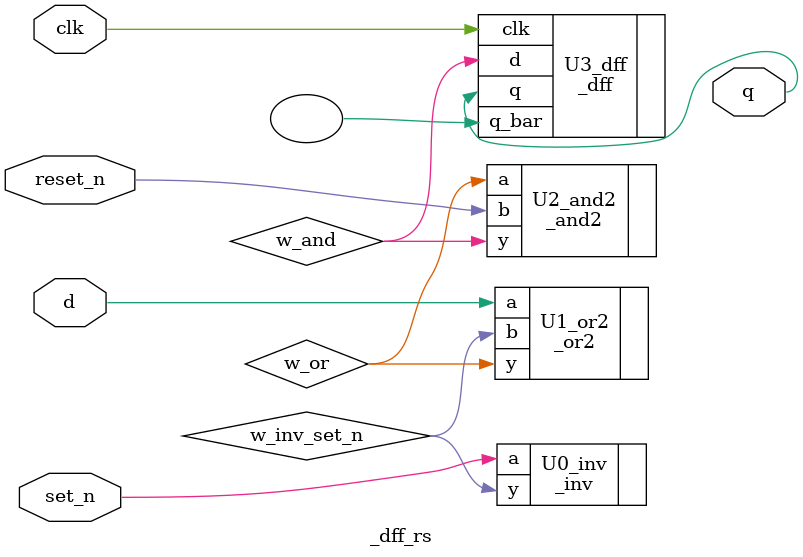
<source format=v>
module _dff_rs(clk, set_n, reset_n, d, q);

	input		clk, set_n, reset_n, d;		//input clk, set_n, d
	output	q;								//output q
	
	wire w_inv_set_n, w_or, w_and;			// wire w_inv_set_n, w_or, w_and
	
	_inv U0_inv(.a(set_n), .y(w_inv_set_n));			//load invertor
	_or2 U1_or2(.a(d), .b(w_inv_set_n), .y(w_or));		//load 2 input or gate
	_and2 U2_and2(.a(w_or), .b(reset_n), .y(w_and));	//load 2 ipnut and gate
	_dff U3_dff(.clk(clk), .d(w_and), .q(q), .q_bar());	//load D flip-flop
	
endmodule

</source>
